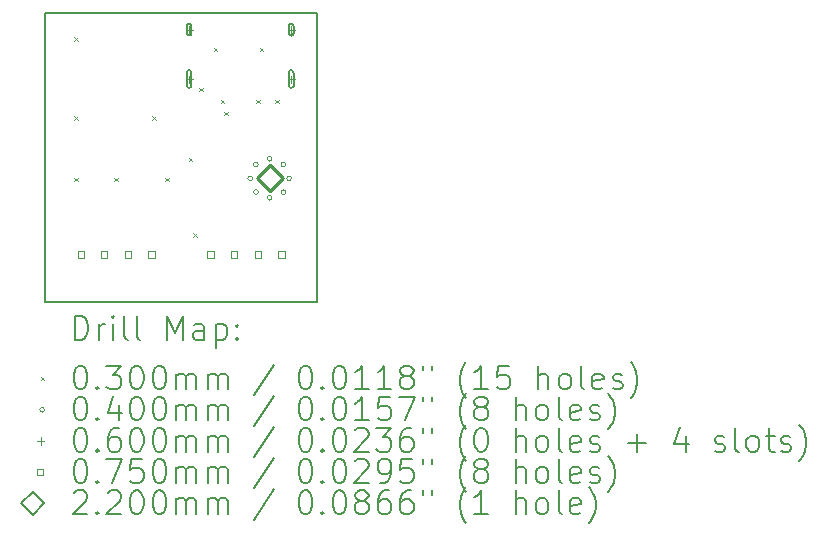
<source format=gbr>
%FSLAX45Y45*%
G04 Gerber Fmt 4.5, Leading zero omitted, Abs format (unit mm)*
G04 Created by KiCad (PCBNEW (6.0.5)) date 2022-07-09 20:46:15*
%MOMM*%
%LPD*%
G01*
G04 APERTURE LIST*
%TA.AperFunction,Profile*%
%ADD10C,0.127000*%
%TD*%
%ADD11C,0.200000*%
%ADD12C,0.030000*%
%ADD13C,0.040000*%
%ADD14C,0.060000*%
%ADD15C,0.075000*%
%ADD16C,0.220000*%
G04 APERTURE END LIST*
D10*
X5000000Y-5000000D02*
X7300000Y-5000000D01*
X7300000Y-5000000D02*
X7300000Y-7450000D01*
X7300000Y-7450000D02*
X5000000Y-7450000D01*
X5000000Y-7450000D02*
X5000000Y-5000000D01*
D11*
D12*
X5245000Y-5205000D02*
X5275000Y-5235000D01*
X5275000Y-5205000D02*
X5245000Y-5235000D01*
X5245000Y-5875000D02*
X5275000Y-5905000D01*
X5275000Y-5875000D02*
X5245000Y-5905000D01*
X5245000Y-6395000D02*
X5275000Y-6425000D01*
X5275000Y-6395000D02*
X5245000Y-6425000D01*
X5585000Y-6395000D02*
X5615000Y-6425000D01*
X5615000Y-6395000D02*
X5585000Y-6425000D01*
X5905000Y-5875000D02*
X5935000Y-5905000D01*
X5935000Y-5875000D02*
X5905000Y-5905000D01*
X6015000Y-6395000D02*
X6045000Y-6425000D01*
X6045000Y-6395000D02*
X6015000Y-6425000D01*
X6215000Y-6225000D02*
X6245000Y-6255000D01*
X6245000Y-6225000D02*
X6215000Y-6255000D01*
X6255000Y-6865000D02*
X6285000Y-6895000D01*
X6285000Y-6865000D02*
X6255000Y-6895000D01*
X6305000Y-5635000D02*
X6335000Y-5665000D01*
X6335000Y-5635000D02*
X6305000Y-5665000D01*
X6425000Y-5295000D02*
X6455000Y-5325000D01*
X6455000Y-5295000D02*
X6425000Y-5325000D01*
X6485000Y-5735000D02*
X6515000Y-5765000D01*
X6515000Y-5735000D02*
X6485000Y-5765000D01*
X6515000Y-5835000D02*
X6545000Y-5865000D01*
X6545000Y-5835000D02*
X6515000Y-5865000D01*
X6785000Y-5735000D02*
X6815000Y-5765000D01*
X6815000Y-5735000D02*
X6785000Y-5765000D01*
X6815000Y-5295000D02*
X6845000Y-5325000D01*
X6845000Y-5295000D02*
X6815000Y-5325000D01*
X6945000Y-5735000D02*
X6975000Y-5765000D01*
X6975000Y-5735000D02*
X6945000Y-5765000D01*
D13*
X6755000Y-6400000D02*
G75*
G03*
X6755000Y-6400000I-20000J0D01*
G01*
X6803327Y-6283327D02*
G75*
G03*
X6803327Y-6283327I-20000J0D01*
G01*
X6803327Y-6516673D02*
G75*
G03*
X6803327Y-6516673I-20000J0D01*
G01*
X6920000Y-6235000D02*
G75*
G03*
X6920000Y-6235000I-20000J0D01*
G01*
X6920000Y-6565000D02*
G75*
G03*
X6920000Y-6565000I-20000J0D01*
G01*
X7036673Y-6283327D02*
G75*
G03*
X7036673Y-6283327I-20000J0D01*
G01*
X7036673Y-6516673D02*
G75*
G03*
X7036673Y-6516673I-20000J0D01*
G01*
X7085000Y-6400000D02*
G75*
G03*
X7085000Y-6400000I-20000J0D01*
G01*
D14*
X6218000Y-5112500D02*
X6218000Y-5172500D01*
X6188000Y-5142500D02*
X6248000Y-5142500D01*
D11*
X6238000Y-5172500D02*
X6238000Y-5112500D01*
X6198000Y-5172500D02*
X6198000Y-5112500D01*
X6238000Y-5112500D02*
G75*
G03*
X6198000Y-5112500I-20000J0D01*
G01*
X6198000Y-5172500D02*
G75*
G03*
X6238000Y-5172500I20000J0D01*
G01*
D14*
X6218000Y-5530500D02*
X6218000Y-5590500D01*
X6188000Y-5560500D02*
X6248000Y-5560500D01*
D11*
X6238000Y-5615500D02*
X6238000Y-5505500D01*
X6198000Y-5615500D02*
X6198000Y-5505500D01*
X6238000Y-5505500D02*
G75*
G03*
X6198000Y-5505500I-20000J0D01*
G01*
X6198000Y-5615500D02*
G75*
G03*
X6238000Y-5615500I20000J0D01*
G01*
D14*
X7082000Y-5112500D02*
X7082000Y-5172500D01*
X7052000Y-5142500D02*
X7112000Y-5142500D01*
D11*
X7102000Y-5172500D02*
X7102000Y-5112500D01*
X7062000Y-5172500D02*
X7062000Y-5112500D01*
X7102000Y-5112500D02*
G75*
G03*
X7062000Y-5112500I-20000J0D01*
G01*
X7062000Y-5172500D02*
G75*
G03*
X7102000Y-5172500I20000J0D01*
G01*
D14*
X7082000Y-5530500D02*
X7082000Y-5590500D01*
X7052000Y-5560500D02*
X7112000Y-5560500D01*
D11*
X7102000Y-5615500D02*
X7102000Y-5505500D01*
X7062000Y-5615500D02*
X7062000Y-5505500D01*
X7102000Y-5505500D02*
G75*
G03*
X7062000Y-5505500I-20000J0D01*
G01*
X7062000Y-5615500D02*
G75*
G03*
X7102000Y-5615500I20000J0D01*
G01*
D15*
X5326517Y-7071517D02*
X5326517Y-7018483D01*
X5273483Y-7018483D01*
X5273483Y-7071517D01*
X5326517Y-7071517D01*
X5526517Y-7071517D02*
X5526517Y-7018483D01*
X5473483Y-7018483D01*
X5473483Y-7071517D01*
X5526517Y-7071517D01*
X5726517Y-7071517D02*
X5726517Y-7018483D01*
X5673483Y-7018483D01*
X5673483Y-7071517D01*
X5726517Y-7071517D01*
X5926517Y-7071517D02*
X5926517Y-7018483D01*
X5873483Y-7018483D01*
X5873483Y-7071517D01*
X5926517Y-7071517D01*
X6426517Y-7071517D02*
X6426517Y-7018483D01*
X6373483Y-7018483D01*
X6373483Y-7071517D01*
X6426517Y-7071517D01*
X6626517Y-7071517D02*
X6626517Y-7018483D01*
X6573483Y-7018483D01*
X6573483Y-7071517D01*
X6626517Y-7071517D01*
X6826517Y-7071517D02*
X6826517Y-7018483D01*
X6773483Y-7018483D01*
X6773483Y-7071517D01*
X6826517Y-7071517D01*
X7026517Y-7071517D02*
X7026517Y-7018483D01*
X6973483Y-7018483D01*
X6973483Y-7071517D01*
X7026517Y-7071517D01*
D16*
X6900000Y-6510000D02*
X7010000Y-6400000D01*
X6900000Y-6290000D01*
X6790000Y-6400000D01*
X6900000Y-6510000D01*
D11*
X5251269Y-7766826D02*
X5251269Y-7566826D01*
X5298888Y-7566826D01*
X5327460Y-7576350D01*
X5346507Y-7595398D01*
X5356031Y-7614445D01*
X5365555Y-7652540D01*
X5365555Y-7681112D01*
X5356031Y-7719207D01*
X5346507Y-7738255D01*
X5327460Y-7757302D01*
X5298888Y-7766826D01*
X5251269Y-7766826D01*
X5451269Y-7766826D02*
X5451269Y-7633493D01*
X5451269Y-7671588D02*
X5460793Y-7652540D01*
X5470317Y-7643017D01*
X5489364Y-7633493D01*
X5508412Y-7633493D01*
X5575079Y-7766826D02*
X5575079Y-7633493D01*
X5575079Y-7566826D02*
X5565555Y-7576350D01*
X5575079Y-7585874D01*
X5584602Y-7576350D01*
X5575079Y-7566826D01*
X5575079Y-7585874D01*
X5698888Y-7766826D02*
X5679840Y-7757302D01*
X5670317Y-7738255D01*
X5670317Y-7566826D01*
X5803650Y-7766826D02*
X5784602Y-7757302D01*
X5775078Y-7738255D01*
X5775078Y-7566826D01*
X6032221Y-7766826D02*
X6032221Y-7566826D01*
X6098888Y-7709683D01*
X6165555Y-7566826D01*
X6165555Y-7766826D01*
X6346507Y-7766826D02*
X6346507Y-7662064D01*
X6336983Y-7643017D01*
X6317936Y-7633493D01*
X6279840Y-7633493D01*
X6260793Y-7643017D01*
X6346507Y-7757302D02*
X6327459Y-7766826D01*
X6279840Y-7766826D01*
X6260793Y-7757302D01*
X6251269Y-7738255D01*
X6251269Y-7719207D01*
X6260793Y-7700159D01*
X6279840Y-7690636D01*
X6327459Y-7690636D01*
X6346507Y-7681112D01*
X6441745Y-7633493D02*
X6441745Y-7833493D01*
X6441745Y-7643017D02*
X6460793Y-7633493D01*
X6498888Y-7633493D01*
X6517936Y-7643017D01*
X6527459Y-7652540D01*
X6536983Y-7671588D01*
X6536983Y-7728731D01*
X6527459Y-7747778D01*
X6517936Y-7757302D01*
X6498888Y-7766826D01*
X6460793Y-7766826D01*
X6441745Y-7757302D01*
X6622698Y-7747778D02*
X6632221Y-7757302D01*
X6622698Y-7766826D01*
X6613174Y-7757302D01*
X6622698Y-7747778D01*
X6622698Y-7766826D01*
X6622698Y-7643017D02*
X6632221Y-7652540D01*
X6622698Y-7662064D01*
X6613174Y-7652540D01*
X6622698Y-7643017D01*
X6622698Y-7662064D01*
D12*
X4963650Y-8081350D02*
X4993650Y-8111350D01*
X4993650Y-8081350D02*
X4963650Y-8111350D01*
D11*
X5289364Y-7986826D02*
X5308412Y-7986826D01*
X5327460Y-7996350D01*
X5336983Y-8005874D01*
X5346507Y-8024921D01*
X5356031Y-8063017D01*
X5356031Y-8110636D01*
X5346507Y-8148731D01*
X5336983Y-8167778D01*
X5327460Y-8177302D01*
X5308412Y-8186826D01*
X5289364Y-8186826D01*
X5270317Y-8177302D01*
X5260793Y-8167778D01*
X5251269Y-8148731D01*
X5241745Y-8110636D01*
X5241745Y-8063017D01*
X5251269Y-8024921D01*
X5260793Y-8005874D01*
X5270317Y-7996350D01*
X5289364Y-7986826D01*
X5441745Y-8167778D02*
X5451269Y-8177302D01*
X5441745Y-8186826D01*
X5432221Y-8177302D01*
X5441745Y-8167778D01*
X5441745Y-8186826D01*
X5517936Y-7986826D02*
X5641745Y-7986826D01*
X5575079Y-8063017D01*
X5603650Y-8063017D01*
X5622698Y-8072540D01*
X5632221Y-8082064D01*
X5641745Y-8101112D01*
X5641745Y-8148731D01*
X5632221Y-8167778D01*
X5622698Y-8177302D01*
X5603650Y-8186826D01*
X5546507Y-8186826D01*
X5527460Y-8177302D01*
X5517936Y-8167778D01*
X5765555Y-7986826D02*
X5784602Y-7986826D01*
X5803650Y-7996350D01*
X5813174Y-8005874D01*
X5822698Y-8024921D01*
X5832221Y-8063017D01*
X5832221Y-8110636D01*
X5822698Y-8148731D01*
X5813174Y-8167778D01*
X5803650Y-8177302D01*
X5784602Y-8186826D01*
X5765555Y-8186826D01*
X5746507Y-8177302D01*
X5736983Y-8167778D01*
X5727459Y-8148731D01*
X5717936Y-8110636D01*
X5717936Y-8063017D01*
X5727459Y-8024921D01*
X5736983Y-8005874D01*
X5746507Y-7996350D01*
X5765555Y-7986826D01*
X5956031Y-7986826D02*
X5975078Y-7986826D01*
X5994126Y-7996350D01*
X6003650Y-8005874D01*
X6013174Y-8024921D01*
X6022698Y-8063017D01*
X6022698Y-8110636D01*
X6013174Y-8148731D01*
X6003650Y-8167778D01*
X5994126Y-8177302D01*
X5975078Y-8186826D01*
X5956031Y-8186826D01*
X5936983Y-8177302D01*
X5927459Y-8167778D01*
X5917936Y-8148731D01*
X5908412Y-8110636D01*
X5908412Y-8063017D01*
X5917936Y-8024921D01*
X5927459Y-8005874D01*
X5936983Y-7996350D01*
X5956031Y-7986826D01*
X6108412Y-8186826D02*
X6108412Y-8053493D01*
X6108412Y-8072540D02*
X6117936Y-8063017D01*
X6136983Y-8053493D01*
X6165555Y-8053493D01*
X6184602Y-8063017D01*
X6194126Y-8082064D01*
X6194126Y-8186826D01*
X6194126Y-8082064D02*
X6203650Y-8063017D01*
X6222698Y-8053493D01*
X6251269Y-8053493D01*
X6270317Y-8063017D01*
X6279840Y-8082064D01*
X6279840Y-8186826D01*
X6375078Y-8186826D02*
X6375078Y-8053493D01*
X6375078Y-8072540D02*
X6384602Y-8063017D01*
X6403650Y-8053493D01*
X6432221Y-8053493D01*
X6451269Y-8063017D01*
X6460793Y-8082064D01*
X6460793Y-8186826D01*
X6460793Y-8082064D02*
X6470317Y-8063017D01*
X6489364Y-8053493D01*
X6517936Y-8053493D01*
X6536983Y-8063017D01*
X6546507Y-8082064D01*
X6546507Y-8186826D01*
X6936983Y-7977302D02*
X6765555Y-8234445D01*
X7194126Y-7986826D02*
X7213174Y-7986826D01*
X7232221Y-7996350D01*
X7241745Y-8005874D01*
X7251269Y-8024921D01*
X7260793Y-8063017D01*
X7260793Y-8110636D01*
X7251269Y-8148731D01*
X7241745Y-8167778D01*
X7232221Y-8177302D01*
X7213174Y-8186826D01*
X7194126Y-8186826D01*
X7175078Y-8177302D01*
X7165555Y-8167778D01*
X7156031Y-8148731D01*
X7146507Y-8110636D01*
X7146507Y-8063017D01*
X7156031Y-8024921D01*
X7165555Y-8005874D01*
X7175078Y-7996350D01*
X7194126Y-7986826D01*
X7346507Y-8167778D02*
X7356031Y-8177302D01*
X7346507Y-8186826D01*
X7336983Y-8177302D01*
X7346507Y-8167778D01*
X7346507Y-8186826D01*
X7479840Y-7986826D02*
X7498888Y-7986826D01*
X7517936Y-7996350D01*
X7527459Y-8005874D01*
X7536983Y-8024921D01*
X7546507Y-8063017D01*
X7546507Y-8110636D01*
X7536983Y-8148731D01*
X7527459Y-8167778D01*
X7517936Y-8177302D01*
X7498888Y-8186826D01*
X7479840Y-8186826D01*
X7460793Y-8177302D01*
X7451269Y-8167778D01*
X7441745Y-8148731D01*
X7432221Y-8110636D01*
X7432221Y-8063017D01*
X7441745Y-8024921D01*
X7451269Y-8005874D01*
X7460793Y-7996350D01*
X7479840Y-7986826D01*
X7736983Y-8186826D02*
X7622698Y-8186826D01*
X7679840Y-8186826D02*
X7679840Y-7986826D01*
X7660793Y-8015398D01*
X7641745Y-8034445D01*
X7622698Y-8043969D01*
X7927459Y-8186826D02*
X7813174Y-8186826D01*
X7870317Y-8186826D02*
X7870317Y-7986826D01*
X7851269Y-8015398D01*
X7832221Y-8034445D01*
X7813174Y-8043969D01*
X8041745Y-8072540D02*
X8022698Y-8063017D01*
X8013174Y-8053493D01*
X8003650Y-8034445D01*
X8003650Y-8024921D01*
X8013174Y-8005874D01*
X8022698Y-7996350D01*
X8041745Y-7986826D01*
X8079840Y-7986826D01*
X8098888Y-7996350D01*
X8108412Y-8005874D01*
X8117936Y-8024921D01*
X8117936Y-8034445D01*
X8108412Y-8053493D01*
X8098888Y-8063017D01*
X8079840Y-8072540D01*
X8041745Y-8072540D01*
X8022698Y-8082064D01*
X8013174Y-8091588D01*
X8003650Y-8110636D01*
X8003650Y-8148731D01*
X8013174Y-8167778D01*
X8022698Y-8177302D01*
X8041745Y-8186826D01*
X8079840Y-8186826D01*
X8098888Y-8177302D01*
X8108412Y-8167778D01*
X8117936Y-8148731D01*
X8117936Y-8110636D01*
X8108412Y-8091588D01*
X8098888Y-8082064D01*
X8079840Y-8072540D01*
X8194126Y-7986826D02*
X8194126Y-8024921D01*
X8270317Y-7986826D02*
X8270317Y-8024921D01*
X8565555Y-8263017D02*
X8556031Y-8253493D01*
X8536983Y-8224921D01*
X8527460Y-8205874D01*
X8517936Y-8177302D01*
X8508412Y-8129683D01*
X8508412Y-8091588D01*
X8517936Y-8043969D01*
X8527460Y-8015398D01*
X8536983Y-7996350D01*
X8556031Y-7967778D01*
X8565555Y-7958255D01*
X8746507Y-8186826D02*
X8632221Y-8186826D01*
X8689364Y-8186826D02*
X8689364Y-7986826D01*
X8670317Y-8015398D01*
X8651269Y-8034445D01*
X8632221Y-8043969D01*
X8927460Y-7986826D02*
X8832221Y-7986826D01*
X8822698Y-8082064D01*
X8832221Y-8072540D01*
X8851269Y-8063017D01*
X8898888Y-8063017D01*
X8917936Y-8072540D01*
X8927460Y-8082064D01*
X8936983Y-8101112D01*
X8936983Y-8148731D01*
X8927460Y-8167778D01*
X8917936Y-8177302D01*
X8898888Y-8186826D01*
X8851269Y-8186826D01*
X8832221Y-8177302D01*
X8822698Y-8167778D01*
X9175079Y-8186826D02*
X9175079Y-7986826D01*
X9260793Y-8186826D02*
X9260793Y-8082064D01*
X9251269Y-8063017D01*
X9232221Y-8053493D01*
X9203650Y-8053493D01*
X9184602Y-8063017D01*
X9175079Y-8072540D01*
X9384602Y-8186826D02*
X9365555Y-8177302D01*
X9356031Y-8167778D01*
X9346507Y-8148731D01*
X9346507Y-8091588D01*
X9356031Y-8072540D01*
X9365555Y-8063017D01*
X9384602Y-8053493D01*
X9413174Y-8053493D01*
X9432221Y-8063017D01*
X9441745Y-8072540D01*
X9451269Y-8091588D01*
X9451269Y-8148731D01*
X9441745Y-8167778D01*
X9432221Y-8177302D01*
X9413174Y-8186826D01*
X9384602Y-8186826D01*
X9565555Y-8186826D02*
X9546507Y-8177302D01*
X9536983Y-8158255D01*
X9536983Y-7986826D01*
X9717936Y-8177302D02*
X9698888Y-8186826D01*
X9660793Y-8186826D01*
X9641745Y-8177302D01*
X9632221Y-8158255D01*
X9632221Y-8082064D01*
X9641745Y-8063017D01*
X9660793Y-8053493D01*
X9698888Y-8053493D01*
X9717936Y-8063017D01*
X9727460Y-8082064D01*
X9727460Y-8101112D01*
X9632221Y-8120159D01*
X9803650Y-8177302D02*
X9822698Y-8186826D01*
X9860793Y-8186826D01*
X9879840Y-8177302D01*
X9889364Y-8158255D01*
X9889364Y-8148731D01*
X9879840Y-8129683D01*
X9860793Y-8120159D01*
X9832221Y-8120159D01*
X9813174Y-8110636D01*
X9803650Y-8091588D01*
X9803650Y-8082064D01*
X9813174Y-8063017D01*
X9832221Y-8053493D01*
X9860793Y-8053493D01*
X9879840Y-8063017D01*
X9956031Y-8263017D02*
X9965555Y-8253493D01*
X9984602Y-8224921D01*
X9994126Y-8205874D01*
X10003650Y-8177302D01*
X10013174Y-8129683D01*
X10013174Y-8091588D01*
X10003650Y-8043969D01*
X9994126Y-8015398D01*
X9984602Y-7996350D01*
X9965555Y-7967778D01*
X9956031Y-7958255D01*
D13*
X4993650Y-8360350D02*
G75*
G03*
X4993650Y-8360350I-20000J0D01*
G01*
D11*
X5289364Y-8250826D02*
X5308412Y-8250826D01*
X5327460Y-8260350D01*
X5336983Y-8269874D01*
X5346507Y-8288921D01*
X5356031Y-8327017D01*
X5356031Y-8374636D01*
X5346507Y-8412731D01*
X5336983Y-8431779D01*
X5327460Y-8441302D01*
X5308412Y-8450826D01*
X5289364Y-8450826D01*
X5270317Y-8441302D01*
X5260793Y-8431779D01*
X5251269Y-8412731D01*
X5241745Y-8374636D01*
X5241745Y-8327017D01*
X5251269Y-8288921D01*
X5260793Y-8269874D01*
X5270317Y-8260350D01*
X5289364Y-8250826D01*
X5441745Y-8431779D02*
X5451269Y-8441302D01*
X5441745Y-8450826D01*
X5432221Y-8441302D01*
X5441745Y-8431779D01*
X5441745Y-8450826D01*
X5622698Y-8317493D02*
X5622698Y-8450826D01*
X5575079Y-8241302D02*
X5527460Y-8384159D01*
X5651269Y-8384159D01*
X5765555Y-8250826D02*
X5784602Y-8250826D01*
X5803650Y-8260350D01*
X5813174Y-8269874D01*
X5822698Y-8288921D01*
X5832221Y-8327017D01*
X5832221Y-8374636D01*
X5822698Y-8412731D01*
X5813174Y-8431779D01*
X5803650Y-8441302D01*
X5784602Y-8450826D01*
X5765555Y-8450826D01*
X5746507Y-8441302D01*
X5736983Y-8431779D01*
X5727459Y-8412731D01*
X5717936Y-8374636D01*
X5717936Y-8327017D01*
X5727459Y-8288921D01*
X5736983Y-8269874D01*
X5746507Y-8260350D01*
X5765555Y-8250826D01*
X5956031Y-8250826D02*
X5975078Y-8250826D01*
X5994126Y-8260350D01*
X6003650Y-8269874D01*
X6013174Y-8288921D01*
X6022698Y-8327017D01*
X6022698Y-8374636D01*
X6013174Y-8412731D01*
X6003650Y-8431779D01*
X5994126Y-8441302D01*
X5975078Y-8450826D01*
X5956031Y-8450826D01*
X5936983Y-8441302D01*
X5927459Y-8431779D01*
X5917936Y-8412731D01*
X5908412Y-8374636D01*
X5908412Y-8327017D01*
X5917936Y-8288921D01*
X5927459Y-8269874D01*
X5936983Y-8260350D01*
X5956031Y-8250826D01*
X6108412Y-8450826D02*
X6108412Y-8317493D01*
X6108412Y-8336540D02*
X6117936Y-8327017D01*
X6136983Y-8317493D01*
X6165555Y-8317493D01*
X6184602Y-8327017D01*
X6194126Y-8346064D01*
X6194126Y-8450826D01*
X6194126Y-8346064D02*
X6203650Y-8327017D01*
X6222698Y-8317493D01*
X6251269Y-8317493D01*
X6270317Y-8327017D01*
X6279840Y-8346064D01*
X6279840Y-8450826D01*
X6375078Y-8450826D02*
X6375078Y-8317493D01*
X6375078Y-8336540D02*
X6384602Y-8327017D01*
X6403650Y-8317493D01*
X6432221Y-8317493D01*
X6451269Y-8327017D01*
X6460793Y-8346064D01*
X6460793Y-8450826D01*
X6460793Y-8346064D02*
X6470317Y-8327017D01*
X6489364Y-8317493D01*
X6517936Y-8317493D01*
X6536983Y-8327017D01*
X6546507Y-8346064D01*
X6546507Y-8450826D01*
X6936983Y-8241302D02*
X6765555Y-8498445D01*
X7194126Y-8250826D02*
X7213174Y-8250826D01*
X7232221Y-8260350D01*
X7241745Y-8269874D01*
X7251269Y-8288921D01*
X7260793Y-8327017D01*
X7260793Y-8374636D01*
X7251269Y-8412731D01*
X7241745Y-8431779D01*
X7232221Y-8441302D01*
X7213174Y-8450826D01*
X7194126Y-8450826D01*
X7175078Y-8441302D01*
X7165555Y-8431779D01*
X7156031Y-8412731D01*
X7146507Y-8374636D01*
X7146507Y-8327017D01*
X7156031Y-8288921D01*
X7165555Y-8269874D01*
X7175078Y-8260350D01*
X7194126Y-8250826D01*
X7346507Y-8431779D02*
X7356031Y-8441302D01*
X7346507Y-8450826D01*
X7336983Y-8441302D01*
X7346507Y-8431779D01*
X7346507Y-8450826D01*
X7479840Y-8250826D02*
X7498888Y-8250826D01*
X7517936Y-8260350D01*
X7527459Y-8269874D01*
X7536983Y-8288921D01*
X7546507Y-8327017D01*
X7546507Y-8374636D01*
X7536983Y-8412731D01*
X7527459Y-8431779D01*
X7517936Y-8441302D01*
X7498888Y-8450826D01*
X7479840Y-8450826D01*
X7460793Y-8441302D01*
X7451269Y-8431779D01*
X7441745Y-8412731D01*
X7432221Y-8374636D01*
X7432221Y-8327017D01*
X7441745Y-8288921D01*
X7451269Y-8269874D01*
X7460793Y-8260350D01*
X7479840Y-8250826D01*
X7736983Y-8450826D02*
X7622698Y-8450826D01*
X7679840Y-8450826D02*
X7679840Y-8250826D01*
X7660793Y-8279398D01*
X7641745Y-8298445D01*
X7622698Y-8307969D01*
X7917936Y-8250826D02*
X7822698Y-8250826D01*
X7813174Y-8346064D01*
X7822698Y-8336540D01*
X7841745Y-8327017D01*
X7889364Y-8327017D01*
X7908412Y-8336540D01*
X7917936Y-8346064D01*
X7927459Y-8365112D01*
X7927459Y-8412731D01*
X7917936Y-8431779D01*
X7908412Y-8441302D01*
X7889364Y-8450826D01*
X7841745Y-8450826D01*
X7822698Y-8441302D01*
X7813174Y-8431779D01*
X7994126Y-8250826D02*
X8127459Y-8250826D01*
X8041745Y-8450826D01*
X8194126Y-8250826D02*
X8194126Y-8288921D01*
X8270317Y-8250826D02*
X8270317Y-8288921D01*
X8565555Y-8527017D02*
X8556031Y-8517493D01*
X8536983Y-8488921D01*
X8527460Y-8469874D01*
X8517936Y-8441302D01*
X8508412Y-8393683D01*
X8508412Y-8355588D01*
X8517936Y-8307969D01*
X8527460Y-8279398D01*
X8536983Y-8260350D01*
X8556031Y-8231778D01*
X8565555Y-8222255D01*
X8670317Y-8336540D02*
X8651269Y-8327017D01*
X8641745Y-8317493D01*
X8632221Y-8298445D01*
X8632221Y-8288921D01*
X8641745Y-8269874D01*
X8651269Y-8260350D01*
X8670317Y-8250826D01*
X8708412Y-8250826D01*
X8727460Y-8260350D01*
X8736983Y-8269874D01*
X8746507Y-8288921D01*
X8746507Y-8298445D01*
X8736983Y-8317493D01*
X8727460Y-8327017D01*
X8708412Y-8336540D01*
X8670317Y-8336540D01*
X8651269Y-8346064D01*
X8641745Y-8355588D01*
X8632221Y-8374636D01*
X8632221Y-8412731D01*
X8641745Y-8431779D01*
X8651269Y-8441302D01*
X8670317Y-8450826D01*
X8708412Y-8450826D01*
X8727460Y-8441302D01*
X8736983Y-8431779D01*
X8746507Y-8412731D01*
X8746507Y-8374636D01*
X8736983Y-8355588D01*
X8727460Y-8346064D01*
X8708412Y-8336540D01*
X8984602Y-8450826D02*
X8984602Y-8250826D01*
X9070317Y-8450826D02*
X9070317Y-8346064D01*
X9060793Y-8327017D01*
X9041745Y-8317493D01*
X9013174Y-8317493D01*
X8994126Y-8327017D01*
X8984602Y-8336540D01*
X9194126Y-8450826D02*
X9175079Y-8441302D01*
X9165555Y-8431779D01*
X9156031Y-8412731D01*
X9156031Y-8355588D01*
X9165555Y-8336540D01*
X9175079Y-8327017D01*
X9194126Y-8317493D01*
X9222698Y-8317493D01*
X9241745Y-8327017D01*
X9251269Y-8336540D01*
X9260793Y-8355588D01*
X9260793Y-8412731D01*
X9251269Y-8431779D01*
X9241745Y-8441302D01*
X9222698Y-8450826D01*
X9194126Y-8450826D01*
X9375079Y-8450826D02*
X9356031Y-8441302D01*
X9346507Y-8422255D01*
X9346507Y-8250826D01*
X9527460Y-8441302D02*
X9508412Y-8450826D01*
X9470317Y-8450826D01*
X9451269Y-8441302D01*
X9441745Y-8422255D01*
X9441745Y-8346064D01*
X9451269Y-8327017D01*
X9470317Y-8317493D01*
X9508412Y-8317493D01*
X9527460Y-8327017D01*
X9536983Y-8346064D01*
X9536983Y-8365112D01*
X9441745Y-8384159D01*
X9613174Y-8441302D02*
X9632221Y-8450826D01*
X9670317Y-8450826D01*
X9689364Y-8441302D01*
X9698888Y-8422255D01*
X9698888Y-8412731D01*
X9689364Y-8393683D01*
X9670317Y-8384159D01*
X9641745Y-8384159D01*
X9622698Y-8374636D01*
X9613174Y-8355588D01*
X9613174Y-8346064D01*
X9622698Y-8327017D01*
X9641745Y-8317493D01*
X9670317Y-8317493D01*
X9689364Y-8327017D01*
X9765555Y-8527017D02*
X9775079Y-8517493D01*
X9794126Y-8488921D01*
X9803650Y-8469874D01*
X9813174Y-8441302D01*
X9822698Y-8393683D01*
X9822698Y-8355588D01*
X9813174Y-8307969D01*
X9803650Y-8279398D01*
X9794126Y-8260350D01*
X9775079Y-8231778D01*
X9765555Y-8222255D01*
D14*
X4963650Y-8594350D02*
X4963650Y-8654350D01*
X4933650Y-8624350D02*
X4993650Y-8624350D01*
D11*
X5289364Y-8514826D02*
X5308412Y-8514826D01*
X5327460Y-8524350D01*
X5336983Y-8533874D01*
X5346507Y-8552921D01*
X5356031Y-8591017D01*
X5356031Y-8638636D01*
X5346507Y-8676731D01*
X5336983Y-8695779D01*
X5327460Y-8705302D01*
X5308412Y-8714826D01*
X5289364Y-8714826D01*
X5270317Y-8705302D01*
X5260793Y-8695779D01*
X5251269Y-8676731D01*
X5241745Y-8638636D01*
X5241745Y-8591017D01*
X5251269Y-8552921D01*
X5260793Y-8533874D01*
X5270317Y-8524350D01*
X5289364Y-8514826D01*
X5441745Y-8695779D02*
X5451269Y-8705302D01*
X5441745Y-8714826D01*
X5432221Y-8705302D01*
X5441745Y-8695779D01*
X5441745Y-8714826D01*
X5622698Y-8514826D02*
X5584602Y-8514826D01*
X5565555Y-8524350D01*
X5556031Y-8533874D01*
X5536983Y-8562445D01*
X5527460Y-8600540D01*
X5527460Y-8676731D01*
X5536983Y-8695779D01*
X5546507Y-8705302D01*
X5565555Y-8714826D01*
X5603650Y-8714826D01*
X5622698Y-8705302D01*
X5632221Y-8695779D01*
X5641745Y-8676731D01*
X5641745Y-8629112D01*
X5632221Y-8610064D01*
X5622698Y-8600540D01*
X5603650Y-8591017D01*
X5565555Y-8591017D01*
X5546507Y-8600540D01*
X5536983Y-8610064D01*
X5527460Y-8629112D01*
X5765555Y-8514826D02*
X5784602Y-8514826D01*
X5803650Y-8524350D01*
X5813174Y-8533874D01*
X5822698Y-8552921D01*
X5832221Y-8591017D01*
X5832221Y-8638636D01*
X5822698Y-8676731D01*
X5813174Y-8695779D01*
X5803650Y-8705302D01*
X5784602Y-8714826D01*
X5765555Y-8714826D01*
X5746507Y-8705302D01*
X5736983Y-8695779D01*
X5727459Y-8676731D01*
X5717936Y-8638636D01*
X5717936Y-8591017D01*
X5727459Y-8552921D01*
X5736983Y-8533874D01*
X5746507Y-8524350D01*
X5765555Y-8514826D01*
X5956031Y-8514826D02*
X5975078Y-8514826D01*
X5994126Y-8524350D01*
X6003650Y-8533874D01*
X6013174Y-8552921D01*
X6022698Y-8591017D01*
X6022698Y-8638636D01*
X6013174Y-8676731D01*
X6003650Y-8695779D01*
X5994126Y-8705302D01*
X5975078Y-8714826D01*
X5956031Y-8714826D01*
X5936983Y-8705302D01*
X5927459Y-8695779D01*
X5917936Y-8676731D01*
X5908412Y-8638636D01*
X5908412Y-8591017D01*
X5917936Y-8552921D01*
X5927459Y-8533874D01*
X5936983Y-8524350D01*
X5956031Y-8514826D01*
X6108412Y-8714826D02*
X6108412Y-8581493D01*
X6108412Y-8600540D02*
X6117936Y-8591017D01*
X6136983Y-8581493D01*
X6165555Y-8581493D01*
X6184602Y-8591017D01*
X6194126Y-8610064D01*
X6194126Y-8714826D01*
X6194126Y-8610064D02*
X6203650Y-8591017D01*
X6222698Y-8581493D01*
X6251269Y-8581493D01*
X6270317Y-8591017D01*
X6279840Y-8610064D01*
X6279840Y-8714826D01*
X6375078Y-8714826D02*
X6375078Y-8581493D01*
X6375078Y-8600540D02*
X6384602Y-8591017D01*
X6403650Y-8581493D01*
X6432221Y-8581493D01*
X6451269Y-8591017D01*
X6460793Y-8610064D01*
X6460793Y-8714826D01*
X6460793Y-8610064D02*
X6470317Y-8591017D01*
X6489364Y-8581493D01*
X6517936Y-8581493D01*
X6536983Y-8591017D01*
X6546507Y-8610064D01*
X6546507Y-8714826D01*
X6936983Y-8505302D02*
X6765555Y-8762445D01*
X7194126Y-8514826D02*
X7213174Y-8514826D01*
X7232221Y-8524350D01*
X7241745Y-8533874D01*
X7251269Y-8552921D01*
X7260793Y-8591017D01*
X7260793Y-8638636D01*
X7251269Y-8676731D01*
X7241745Y-8695779D01*
X7232221Y-8705302D01*
X7213174Y-8714826D01*
X7194126Y-8714826D01*
X7175078Y-8705302D01*
X7165555Y-8695779D01*
X7156031Y-8676731D01*
X7146507Y-8638636D01*
X7146507Y-8591017D01*
X7156031Y-8552921D01*
X7165555Y-8533874D01*
X7175078Y-8524350D01*
X7194126Y-8514826D01*
X7346507Y-8695779D02*
X7356031Y-8705302D01*
X7346507Y-8714826D01*
X7336983Y-8705302D01*
X7346507Y-8695779D01*
X7346507Y-8714826D01*
X7479840Y-8514826D02*
X7498888Y-8514826D01*
X7517936Y-8524350D01*
X7527459Y-8533874D01*
X7536983Y-8552921D01*
X7546507Y-8591017D01*
X7546507Y-8638636D01*
X7536983Y-8676731D01*
X7527459Y-8695779D01*
X7517936Y-8705302D01*
X7498888Y-8714826D01*
X7479840Y-8714826D01*
X7460793Y-8705302D01*
X7451269Y-8695779D01*
X7441745Y-8676731D01*
X7432221Y-8638636D01*
X7432221Y-8591017D01*
X7441745Y-8552921D01*
X7451269Y-8533874D01*
X7460793Y-8524350D01*
X7479840Y-8514826D01*
X7622698Y-8533874D02*
X7632221Y-8524350D01*
X7651269Y-8514826D01*
X7698888Y-8514826D01*
X7717936Y-8524350D01*
X7727459Y-8533874D01*
X7736983Y-8552921D01*
X7736983Y-8571969D01*
X7727459Y-8600540D01*
X7613174Y-8714826D01*
X7736983Y-8714826D01*
X7803650Y-8514826D02*
X7927459Y-8514826D01*
X7860793Y-8591017D01*
X7889364Y-8591017D01*
X7908412Y-8600540D01*
X7917936Y-8610064D01*
X7927459Y-8629112D01*
X7927459Y-8676731D01*
X7917936Y-8695779D01*
X7908412Y-8705302D01*
X7889364Y-8714826D01*
X7832221Y-8714826D01*
X7813174Y-8705302D01*
X7803650Y-8695779D01*
X8098888Y-8514826D02*
X8060793Y-8514826D01*
X8041745Y-8524350D01*
X8032221Y-8533874D01*
X8013174Y-8562445D01*
X8003650Y-8600540D01*
X8003650Y-8676731D01*
X8013174Y-8695779D01*
X8022698Y-8705302D01*
X8041745Y-8714826D01*
X8079840Y-8714826D01*
X8098888Y-8705302D01*
X8108412Y-8695779D01*
X8117936Y-8676731D01*
X8117936Y-8629112D01*
X8108412Y-8610064D01*
X8098888Y-8600540D01*
X8079840Y-8591017D01*
X8041745Y-8591017D01*
X8022698Y-8600540D01*
X8013174Y-8610064D01*
X8003650Y-8629112D01*
X8194126Y-8514826D02*
X8194126Y-8552921D01*
X8270317Y-8514826D02*
X8270317Y-8552921D01*
X8565555Y-8791017D02*
X8556031Y-8781493D01*
X8536983Y-8752921D01*
X8527460Y-8733874D01*
X8517936Y-8705302D01*
X8508412Y-8657683D01*
X8508412Y-8619588D01*
X8517936Y-8571969D01*
X8527460Y-8543398D01*
X8536983Y-8524350D01*
X8556031Y-8495779D01*
X8565555Y-8486255D01*
X8679840Y-8514826D02*
X8698888Y-8514826D01*
X8717936Y-8524350D01*
X8727460Y-8533874D01*
X8736983Y-8552921D01*
X8746507Y-8591017D01*
X8746507Y-8638636D01*
X8736983Y-8676731D01*
X8727460Y-8695779D01*
X8717936Y-8705302D01*
X8698888Y-8714826D01*
X8679840Y-8714826D01*
X8660793Y-8705302D01*
X8651269Y-8695779D01*
X8641745Y-8676731D01*
X8632221Y-8638636D01*
X8632221Y-8591017D01*
X8641745Y-8552921D01*
X8651269Y-8533874D01*
X8660793Y-8524350D01*
X8679840Y-8514826D01*
X8984602Y-8714826D02*
X8984602Y-8514826D01*
X9070317Y-8714826D02*
X9070317Y-8610064D01*
X9060793Y-8591017D01*
X9041745Y-8581493D01*
X9013174Y-8581493D01*
X8994126Y-8591017D01*
X8984602Y-8600540D01*
X9194126Y-8714826D02*
X9175079Y-8705302D01*
X9165555Y-8695779D01*
X9156031Y-8676731D01*
X9156031Y-8619588D01*
X9165555Y-8600540D01*
X9175079Y-8591017D01*
X9194126Y-8581493D01*
X9222698Y-8581493D01*
X9241745Y-8591017D01*
X9251269Y-8600540D01*
X9260793Y-8619588D01*
X9260793Y-8676731D01*
X9251269Y-8695779D01*
X9241745Y-8705302D01*
X9222698Y-8714826D01*
X9194126Y-8714826D01*
X9375079Y-8714826D02*
X9356031Y-8705302D01*
X9346507Y-8686255D01*
X9346507Y-8514826D01*
X9527460Y-8705302D02*
X9508412Y-8714826D01*
X9470317Y-8714826D01*
X9451269Y-8705302D01*
X9441745Y-8686255D01*
X9441745Y-8610064D01*
X9451269Y-8591017D01*
X9470317Y-8581493D01*
X9508412Y-8581493D01*
X9527460Y-8591017D01*
X9536983Y-8610064D01*
X9536983Y-8629112D01*
X9441745Y-8648160D01*
X9613174Y-8705302D02*
X9632221Y-8714826D01*
X9670317Y-8714826D01*
X9689364Y-8705302D01*
X9698888Y-8686255D01*
X9698888Y-8676731D01*
X9689364Y-8657683D01*
X9670317Y-8648160D01*
X9641745Y-8648160D01*
X9622698Y-8638636D01*
X9613174Y-8619588D01*
X9613174Y-8610064D01*
X9622698Y-8591017D01*
X9641745Y-8581493D01*
X9670317Y-8581493D01*
X9689364Y-8591017D01*
X9936983Y-8638636D02*
X10089364Y-8638636D01*
X10013174Y-8714826D02*
X10013174Y-8562445D01*
X10422698Y-8581493D02*
X10422698Y-8714826D01*
X10375079Y-8505302D02*
X10327460Y-8648160D01*
X10451269Y-8648160D01*
X10670317Y-8705302D02*
X10689364Y-8714826D01*
X10727460Y-8714826D01*
X10746507Y-8705302D01*
X10756031Y-8686255D01*
X10756031Y-8676731D01*
X10746507Y-8657683D01*
X10727460Y-8648160D01*
X10698888Y-8648160D01*
X10679840Y-8638636D01*
X10670317Y-8619588D01*
X10670317Y-8610064D01*
X10679840Y-8591017D01*
X10698888Y-8581493D01*
X10727460Y-8581493D01*
X10746507Y-8591017D01*
X10870317Y-8714826D02*
X10851269Y-8705302D01*
X10841745Y-8686255D01*
X10841745Y-8514826D01*
X10975079Y-8714826D02*
X10956031Y-8705302D01*
X10946507Y-8695779D01*
X10936983Y-8676731D01*
X10936983Y-8619588D01*
X10946507Y-8600540D01*
X10956031Y-8591017D01*
X10975079Y-8581493D01*
X11003650Y-8581493D01*
X11022698Y-8591017D01*
X11032221Y-8600540D01*
X11041745Y-8619588D01*
X11041745Y-8676731D01*
X11032221Y-8695779D01*
X11022698Y-8705302D01*
X11003650Y-8714826D01*
X10975079Y-8714826D01*
X11098888Y-8581493D02*
X11175079Y-8581493D01*
X11127460Y-8514826D02*
X11127460Y-8686255D01*
X11136983Y-8705302D01*
X11156031Y-8714826D01*
X11175079Y-8714826D01*
X11232221Y-8705302D02*
X11251269Y-8714826D01*
X11289364Y-8714826D01*
X11308412Y-8705302D01*
X11317936Y-8686255D01*
X11317936Y-8676731D01*
X11308412Y-8657683D01*
X11289364Y-8648160D01*
X11260793Y-8648160D01*
X11241745Y-8638636D01*
X11232221Y-8619588D01*
X11232221Y-8610064D01*
X11241745Y-8591017D01*
X11260793Y-8581493D01*
X11289364Y-8581493D01*
X11308412Y-8591017D01*
X11384602Y-8791017D02*
X11394126Y-8781493D01*
X11413174Y-8752921D01*
X11422698Y-8733874D01*
X11432221Y-8705302D01*
X11441745Y-8657683D01*
X11441745Y-8619588D01*
X11432221Y-8571969D01*
X11422698Y-8543398D01*
X11413174Y-8524350D01*
X11394126Y-8495779D01*
X11384602Y-8486255D01*
D15*
X4982667Y-8914867D02*
X4982667Y-8861833D01*
X4929633Y-8861833D01*
X4929633Y-8914867D01*
X4982667Y-8914867D01*
D11*
X5289364Y-8778826D02*
X5308412Y-8778826D01*
X5327460Y-8788350D01*
X5336983Y-8797874D01*
X5346507Y-8816921D01*
X5356031Y-8855017D01*
X5356031Y-8902636D01*
X5346507Y-8940731D01*
X5336983Y-8959779D01*
X5327460Y-8969302D01*
X5308412Y-8978826D01*
X5289364Y-8978826D01*
X5270317Y-8969302D01*
X5260793Y-8959779D01*
X5251269Y-8940731D01*
X5241745Y-8902636D01*
X5241745Y-8855017D01*
X5251269Y-8816921D01*
X5260793Y-8797874D01*
X5270317Y-8788350D01*
X5289364Y-8778826D01*
X5441745Y-8959779D02*
X5451269Y-8969302D01*
X5441745Y-8978826D01*
X5432221Y-8969302D01*
X5441745Y-8959779D01*
X5441745Y-8978826D01*
X5517936Y-8778826D02*
X5651269Y-8778826D01*
X5565555Y-8978826D01*
X5822698Y-8778826D02*
X5727459Y-8778826D01*
X5717936Y-8874064D01*
X5727459Y-8864540D01*
X5746507Y-8855017D01*
X5794126Y-8855017D01*
X5813174Y-8864540D01*
X5822698Y-8874064D01*
X5832221Y-8893112D01*
X5832221Y-8940731D01*
X5822698Y-8959779D01*
X5813174Y-8969302D01*
X5794126Y-8978826D01*
X5746507Y-8978826D01*
X5727459Y-8969302D01*
X5717936Y-8959779D01*
X5956031Y-8778826D02*
X5975078Y-8778826D01*
X5994126Y-8788350D01*
X6003650Y-8797874D01*
X6013174Y-8816921D01*
X6022698Y-8855017D01*
X6022698Y-8902636D01*
X6013174Y-8940731D01*
X6003650Y-8959779D01*
X5994126Y-8969302D01*
X5975078Y-8978826D01*
X5956031Y-8978826D01*
X5936983Y-8969302D01*
X5927459Y-8959779D01*
X5917936Y-8940731D01*
X5908412Y-8902636D01*
X5908412Y-8855017D01*
X5917936Y-8816921D01*
X5927459Y-8797874D01*
X5936983Y-8788350D01*
X5956031Y-8778826D01*
X6108412Y-8978826D02*
X6108412Y-8845493D01*
X6108412Y-8864540D02*
X6117936Y-8855017D01*
X6136983Y-8845493D01*
X6165555Y-8845493D01*
X6184602Y-8855017D01*
X6194126Y-8874064D01*
X6194126Y-8978826D01*
X6194126Y-8874064D02*
X6203650Y-8855017D01*
X6222698Y-8845493D01*
X6251269Y-8845493D01*
X6270317Y-8855017D01*
X6279840Y-8874064D01*
X6279840Y-8978826D01*
X6375078Y-8978826D02*
X6375078Y-8845493D01*
X6375078Y-8864540D02*
X6384602Y-8855017D01*
X6403650Y-8845493D01*
X6432221Y-8845493D01*
X6451269Y-8855017D01*
X6460793Y-8874064D01*
X6460793Y-8978826D01*
X6460793Y-8874064D02*
X6470317Y-8855017D01*
X6489364Y-8845493D01*
X6517936Y-8845493D01*
X6536983Y-8855017D01*
X6546507Y-8874064D01*
X6546507Y-8978826D01*
X6936983Y-8769302D02*
X6765555Y-9026445D01*
X7194126Y-8778826D02*
X7213174Y-8778826D01*
X7232221Y-8788350D01*
X7241745Y-8797874D01*
X7251269Y-8816921D01*
X7260793Y-8855017D01*
X7260793Y-8902636D01*
X7251269Y-8940731D01*
X7241745Y-8959779D01*
X7232221Y-8969302D01*
X7213174Y-8978826D01*
X7194126Y-8978826D01*
X7175078Y-8969302D01*
X7165555Y-8959779D01*
X7156031Y-8940731D01*
X7146507Y-8902636D01*
X7146507Y-8855017D01*
X7156031Y-8816921D01*
X7165555Y-8797874D01*
X7175078Y-8788350D01*
X7194126Y-8778826D01*
X7346507Y-8959779D02*
X7356031Y-8969302D01*
X7346507Y-8978826D01*
X7336983Y-8969302D01*
X7346507Y-8959779D01*
X7346507Y-8978826D01*
X7479840Y-8778826D02*
X7498888Y-8778826D01*
X7517936Y-8788350D01*
X7527459Y-8797874D01*
X7536983Y-8816921D01*
X7546507Y-8855017D01*
X7546507Y-8902636D01*
X7536983Y-8940731D01*
X7527459Y-8959779D01*
X7517936Y-8969302D01*
X7498888Y-8978826D01*
X7479840Y-8978826D01*
X7460793Y-8969302D01*
X7451269Y-8959779D01*
X7441745Y-8940731D01*
X7432221Y-8902636D01*
X7432221Y-8855017D01*
X7441745Y-8816921D01*
X7451269Y-8797874D01*
X7460793Y-8788350D01*
X7479840Y-8778826D01*
X7622698Y-8797874D02*
X7632221Y-8788350D01*
X7651269Y-8778826D01*
X7698888Y-8778826D01*
X7717936Y-8788350D01*
X7727459Y-8797874D01*
X7736983Y-8816921D01*
X7736983Y-8835969D01*
X7727459Y-8864540D01*
X7613174Y-8978826D01*
X7736983Y-8978826D01*
X7832221Y-8978826D02*
X7870317Y-8978826D01*
X7889364Y-8969302D01*
X7898888Y-8959779D01*
X7917936Y-8931207D01*
X7927459Y-8893112D01*
X7927459Y-8816921D01*
X7917936Y-8797874D01*
X7908412Y-8788350D01*
X7889364Y-8778826D01*
X7851269Y-8778826D01*
X7832221Y-8788350D01*
X7822698Y-8797874D01*
X7813174Y-8816921D01*
X7813174Y-8864540D01*
X7822698Y-8883588D01*
X7832221Y-8893112D01*
X7851269Y-8902636D01*
X7889364Y-8902636D01*
X7908412Y-8893112D01*
X7917936Y-8883588D01*
X7927459Y-8864540D01*
X8108412Y-8778826D02*
X8013174Y-8778826D01*
X8003650Y-8874064D01*
X8013174Y-8864540D01*
X8032221Y-8855017D01*
X8079840Y-8855017D01*
X8098888Y-8864540D01*
X8108412Y-8874064D01*
X8117936Y-8893112D01*
X8117936Y-8940731D01*
X8108412Y-8959779D01*
X8098888Y-8969302D01*
X8079840Y-8978826D01*
X8032221Y-8978826D01*
X8013174Y-8969302D01*
X8003650Y-8959779D01*
X8194126Y-8778826D02*
X8194126Y-8816921D01*
X8270317Y-8778826D02*
X8270317Y-8816921D01*
X8565555Y-9055017D02*
X8556031Y-9045493D01*
X8536983Y-9016921D01*
X8527460Y-8997874D01*
X8517936Y-8969302D01*
X8508412Y-8921683D01*
X8508412Y-8883588D01*
X8517936Y-8835969D01*
X8527460Y-8807398D01*
X8536983Y-8788350D01*
X8556031Y-8759779D01*
X8565555Y-8750255D01*
X8670317Y-8864540D02*
X8651269Y-8855017D01*
X8641745Y-8845493D01*
X8632221Y-8826445D01*
X8632221Y-8816921D01*
X8641745Y-8797874D01*
X8651269Y-8788350D01*
X8670317Y-8778826D01*
X8708412Y-8778826D01*
X8727460Y-8788350D01*
X8736983Y-8797874D01*
X8746507Y-8816921D01*
X8746507Y-8826445D01*
X8736983Y-8845493D01*
X8727460Y-8855017D01*
X8708412Y-8864540D01*
X8670317Y-8864540D01*
X8651269Y-8874064D01*
X8641745Y-8883588D01*
X8632221Y-8902636D01*
X8632221Y-8940731D01*
X8641745Y-8959779D01*
X8651269Y-8969302D01*
X8670317Y-8978826D01*
X8708412Y-8978826D01*
X8727460Y-8969302D01*
X8736983Y-8959779D01*
X8746507Y-8940731D01*
X8746507Y-8902636D01*
X8736983Y-8883588D01*
X8727460Y-8874064D01*
X8708412Y-8864540D01*
X8984602Y-8978826D02*
X8984602Y-8778826D01*
X9070317Y-8978826D02*
X9070317Y-8874064D01*
X9060793Y-8855017D01*
X9041745Y-8845493D01*
X9013174Y-8845493D01*
X8994126Y-8855017D01*
X8984602Y-8864540D01*
X9194126Y-8978826D02*
X9175079Y-8969302D01*
X9165555Y-8959779D01*
X9156031Y-8940731D01*
X9156031Y-8883588D01*
X9165555Y-8864540D01*
X9175079Y-8855017D01*
X9194126Y-8845493D01*
X9222698Y-8845493D01*
X9241745Y-8855017D01*
X9251269Y-8864540D01*
X9260793Y-8883588D01*
X9260793Y-8940731D01*
X9251269Y-8959779D01*
X9241745Y-8969302D01*
X9222698Y-8978826D01*
X9194126Y-8978826D01*
X9375079Y-8978826D02*
X9356031Y-8969302D01*
X9346507Y-8950255D01*
X9346507Y-8778826D01*
X9527460Y-8969302D02*
X9508412Y-8978826D01*
X9470317Y-8978826D01*
X9451269Y-8969302D01*
X9441745Y-8950255D01*
X9441745Y-8874064D01*
X9451269Y-8855017D01*
X9470317Y-8845493D01*
X9508412Y-8845493D01*
X9527460Y-8855017D01*
X9536983Y-8874064D01*
X9536983Y-8893112D01*
X9441745Y-8912160D01*
X9613174Y-8969302D02*
X9632221Y-8978826D01*
X9670317Y-8978826D01*
X9689364Y-8969302D01*
X9698888Y-8950255D01*
X9698888Y-8940731D01*
X9689364Y-8921683D01*
X9670317Y-8912160D01*
X9641745Y-8912160D01*
X9622698Y-8902636D01*
X9613174Y-8883588D01*
X9613174Y-8874064D01*
X9622698Y-8855017D01*
X9641745Y-8845493D01*
X9670317Y-8845493D01*
X9689364Y-8855017D01*
X9765555Y-9055017D02*
X9775079Y-9045493D01*
X9794126Y-9016921D01*
X9803650Y-8997874D01*
X9813174Y-8969302D01*
X9822698Y-8921683D01*
X9822698Y-8883588D01*
X9813174Y-8835969D01*
X9803650Y-8807398D01*
X9794126Y-8788350D01*
X9775079Y-8759779D01*
X9765555Y-8750255D01*
X4893650Y-9252350D02*
X4993650Y-9152350D01*
X4893650Y-9052350D01*
X4793650Y-9152350D01*
X4893650Y-9252350D01*
X5241745Y-9061874D02*
X5251269Y-9052350D01*
X5270317Y-9042826D01*
X5317936Y-9042826D01*
X5336983Y-9052350D01*
X5346507Y-9061874D01*
X5356031Y-9080921D01*
X5356031Y-9099969D01*
X5346507Y-9128540D01*
X5232221Y-9242826D01*
X5356031Y-9242826D01*
X5441745Y-9223779D02*
X5451269Y-9233302D01*
X5441745Y-9242826D01*
X5432221Y-9233302D01*
X5441745Y-9223779D01*
X5441745Y-9242826D01*
X5527460Y-9061874D02*
X5536983Y-9052350D01*
X5556031Y-9042826D01*
X5603650Y-9042826D01*
X5622698Y-9052350D01*
X5632221Y-9061874D01*
X5641745Y-9080921D01*
X5641745Y-9099969D01*
X5632221Y-9128540D01*
X5517936Y-9242826D01*
X5641745Y-9242826D01*
X5765555Y-9042826D02*
X5784602Y-9042826D01*
X5803650Y-9052350D01*
X5813174Y-9061874D01*
X5822698Y-9080921D01*
X5832221Y-9119017D01*
X5832221Y-9166636D01*
X5822698Y-9204731D01*
X5813174Y-9223779D01*
X5803650Y-9233302D01*
X5784602Y-9242826D01*
X5765555Y-9242826D01*
X5746507Y-9233302D01*
X5736983Y-9223779D01*
X5727459Y-9204731D01*
X5717936Y-9166636D01*
X5717936Y-9119017D01*
X5727459Y-9080921D01*
X5736983Y-9061874D01*
X5746507Y-9052350D01*
X5765555Y-9042826D01*
X5956031Y-9042826D02*
X5975078Y-9042826D01*
X5994126Y-9052350D01*
X6003650Y-9061874D01*
X6013174Y-9080921D01*
X6022698Y-9119017D01*
X6022698Y-9166636D01*
X6013174Y-9204731D01*
X6003650Y-9223779D01*
X5994126Y-9233302D01*
X5975078Y-9242826D01*
X5956031Y-9242826D01*
X5936983Y-9233302D01*
X5927459Y-9223779D01*
X5917936Y-9204731D01*
X5908412Y-9166636D01*
X5908412Y-9119017D01*
X5917936Y-9080921D01*
X5927459Y-9061874D01*
X5936983Y-9052350D01*
X5956031Y-9042826D01*
X6108412Y-9242826D02*
X6108412Y-9109493D01*
X6108412Y-9128540D02*
X6117936Y-9119017D01*
X6136983Y-9109493D01*
X6165555Y-9109493D01*
X6184602Y-9119017D01*
X6194126Y-9138064D01*
X6194126Y-9242826D01*
X6194126Y-9138064D02*
X6203650Y-9119017D01*
X6222698Y-9109493D01*
X6251269Y-9109493D01*
X6270317Y-9119017D01*
X6279840Y-9138064D01*
X6279840Y-9242826D01*
X6375078Y-9242826D02*
X6375078Y-9109493D01*
X6375078Y-9128540D02*
X6384602Y-9119017D01*
X6403650Y-9109493D01*
X6432221Y-9109493D01*
X6451269Y-9119017D01*
X6460793Y-9138064D01*
X6460793Y-9242826D01*
X6460793Y-9138064D02*
X6470317Y-9119017D01*
X6489364Y-9109493D01*
X6517936Y-9109493D01*
X6536983Y-9119017D01*
X6546507Y-9138064D01*
X6546507Y-9242826D01*
X6936983Y-9033302D02*
X6765555Y-9290445D01*
X7194126Y-9042826D02*
X7213174Y-9042826D01*
X7232221Y-9052350D01*
X7241745Y-9061874D01*
X7251269Y-9080921D01*
X7260793Y-9119017D01*
X7260793Y-9166636D01*
X7251269Y-9204731D01*
X7241745Y-9223779D01*
X7232221Y-9233302D01*
X7213174Y-9242826D01*
X7194126Y-9242826D01*
X7175078Y-9233302D01*
X7165555Y-9223779D01*
X7156031Y-9204731D01*
X7146507Y-9166636D01*
X7146507Y-9119017D01*
X7156031Y-9080921D01*
X7165555Y-9061874D01*
X7175078Y-9052350D01*
X7194126Y-9042826D01*
X7346507Y-9223779D02*
X7356031Y-9233302D01*
X7346507Y-9242826D01*
X7336983Y-9233302D01*
X7346507Y-9223779D01*
X7346507Y-9242826D01*
X7479840Y-9042826D02*
X7498888Y-9042826D01*
X7517936Y-9052350D01*
X7527459Y-9061874D01*
X7536983Y-9080921D01*
X7546507Y-9119017D01*
X7546507Y-9166636D01*
X7536983Y-9204731D01*
X7527459Y-9223779D01*
X7517936Y-9233302D01*
X7498888Y-9242826D01*
X7479840Y-9242826D01*
X7460793Y-9233302D01*
X7451269Y-9223779D01*
X7441745Y-9204731D01*
X7432221Y-9166636D01*
X7432221Y-9119017D01*
X7441745Y-9080921D01*
X7451269Y-9061874D01*
X7460793Y-9052350D01*
X7479840Y-9042826D01*
X7660793Y-9128540D02*
X7641745Y-9119017D01*
X7632221Y-9109493D01*
X7622698Y-9090445D01*
X7622698Y-9080921D01*
X7632221Y-9061874D01*
X7641745Y-9052350D01*
X7660793Y-9042826D01*
X7698888Y-9042826D01*
X7717936Y-9052350D01*
X7727459Y-9061874D01*
X7736983Y-9080921D01*
X7736983Y-9090445D01*
X7727459Y-9109493D01*
X7717936Y-9119017D01*
X7698888Y-9128540D01*
X7660793Y-9128540D01*
X7641745Y-9138064D01*
X7632221Y-9147588D01*
X7622698Y-9166636D01*
X7622698Y-9204731D01*
X7632221Y-9223779D01*
X7641745Y-9233302D01*
X7660793Y-9242826D01*
X7698888Y-9242826D01*
X7717936Y-9233302D01*
X7727459Y-9223779D01*
X7736983Y-9204731D01*
X7736983Y-9166636D01*
X7727459Y-9147588D01*
X7717936Y-9138064D01*
X7698888Y-9128540D01*
X7908412Y-9042826D02*
X7870317Y-9042826D01*
X7851269Y-9052350D01*
X7841745Y-9061874D01*
X7822698Y-9090445D01*
X7813174Y-9128540D01*
X7813174Y-9204731D01*
X7822698Y-9223779D01*
X7832221Y-9233302D01*
X7851269Y-9242826D01*
X7889364Y-9242826D01*
X7908412Y-9233302D01*
X7917936Y-9223779D01*
X7927459Y-9204731D01*
X7927459Y-9157112D01*
X7917936Y-9138064D01*
X7908412Y-9128540D01*
X7889364Y-9119017D01*
X7851269Y-9119017D01*
X7832221Y-9128540D01*
X7822698Y-9138064D01*
X7813174Y-9157112D01*
X8098888Y-9042826D02*
X8060793Y-9042826D01*
X8041745Y-9052350D01*
X8032221Y-9061874D01*
X8013174Y-9090445D01*
X8003650Y-9128540D01*
X8003650Y-9204731D01*
X8013174Y-9223779D01*
X8022698Y-9233302D01*
X8041745Y-9242826D01*
X8079840Y-9242826D01*
X8098888Y-9233302D01*
X8108412Y-9223779D01*
X8117936Y-9204731D01*
X8117936Y-9157112D01*
X8108412Y-9138064D01*
X8098888Y-9128540D01*
X8079840Y-9119017D01*
X8041745Y-9119017D01*
X8022698Y-9128540D01*
X8013174Y-9138064D01*
X8003650Y-9157112D01*
X8194126Y-9042826D02*
X8194126Y-9080921D01*
X8270317Y-9042826D02*
X8270317Y-9080921D01*
X8565555Y-9319017D02*
X8556031Y-9309493D01*
X8536983Y-9280921D01*
X8527460Y-9261874D01*
X8517936Y-9233302D01*
X8508412Y-9185683D01*
X8508412Y-9147588D01*
X8517936Y-9099969D01*
X8527460Y-9071398D01*
X8536983Y-9052350D01*
X8556031Y-9023779D01*
X8565555Y-9014255D01*
X8746507Y-9242826D02*
X8632221Y-9242826D01*
X8689364Y-9242826D02*
X8689364Y-9042826D01*
X8670317Y-9071398D01*
X8651269Y-9090445D01*
X8632221Y-9099969D01*
X8984602Y-9242826D02*
X8984602Y-9042826D01*
X9070317Y-9242826D02*
X9070317Y-9138064D01*
X9060793Y-9119017D01*
X9041745Y-9109493D01*
X9013174Y-9109493D01*
X8994126Y-9119017D01*
X8984602Y-9128540D01*
X9194126Y-9242826D02*
X9175079Y-9233302D01*
X9165555Y-9223779D01*
X9156031Y-9204731D01*
X9156031Y-9147588D01*
X9165555Y-9128540D01*
X9175079Y-9119017D01*
X9194126Y-9109493D01*
X9222698Y-9109493D01*
X9241745Y-9119017D01*
X9251269Y-9128540D01*
X9260793Y-9147588D01*
X9260793Y-9204731D01*
X9251269Y-9223779D01*
X9241745Y-9233302D01*
X9222698Y-9242826D01*
X9194126Y-9242826D01*
X9375079Y-9242826D02*
X9356031Y-9233302D01*
X9346507Y-9214255D01*
X9346507Y-9042826D01*
X9527460Y-9233302D02*
X9508412Y-9242826D01*
X9470317Y-9242826D01*
X9451269Y-9233302D01*
X9441745Y-9214255D01*
X9441745Y-9138064D01*
X9451269Y-9119017D01*
X9470317Y-9109493D01*
X9508412Y-9109493D01*
X9527460Y-9119017D01*
X9536983Y-9138064D01*
X9536983Y-9157112D01*
X9441745Y-9176160D01*
X9603650Y-9319017D02*
X9613174Y-9309493D01*
X9632221Y-9280921D01*
X9641745Y-9261874D01*
X9651269Y-9233302D01*
X9660793Y-9185683D01*
X9660793Y-9147588D01*
X9651269Y-9099969D01*
X9641745Y-9071398D01*
X9632221Y-9052350D01*
X9613174Y-9023779D01*
X9603650Y-9014255D01*
M02*

</source>
